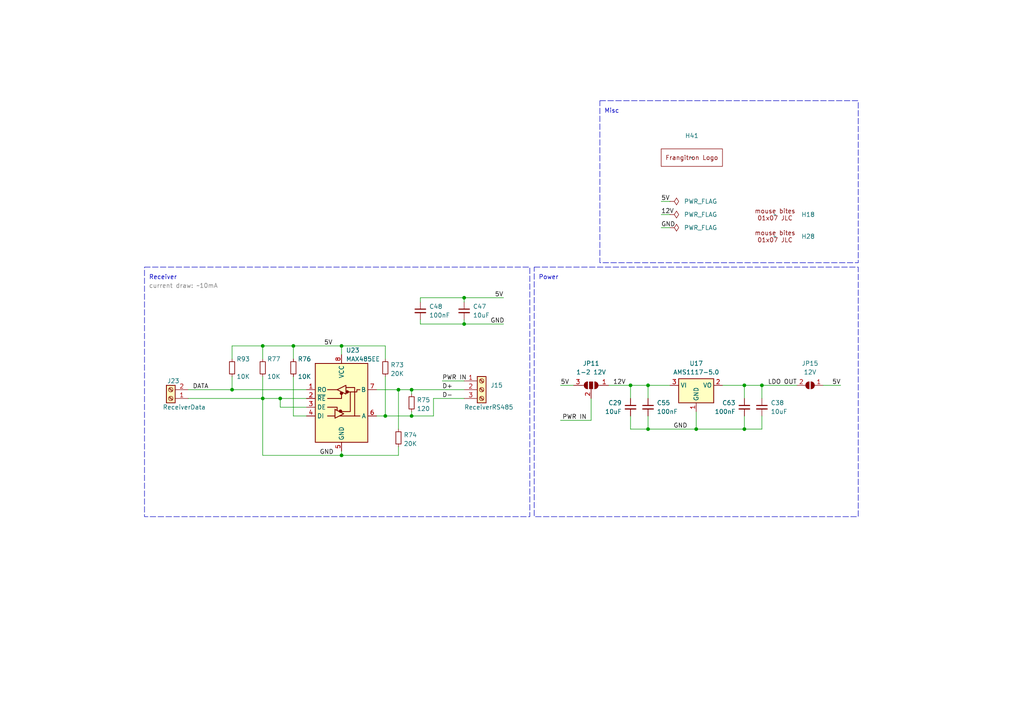
<source format=kicad_sch>
(kicad_sch (version 20230121) (generator eeschema)
  (paper "A4")
  (lib_symbols
    (symbol "Connector:Screw_Terminal_01x02" (pin_names (offset 1.016) hide)
      (property "Reference" "J" (at 0 2.54 0))
      (property "Value" "Screw_Terminal_01x02" (at 0 -5.08 0))
      (symbol "Screw_Terminal_01x02_1_1"
        (rectangle (start -1.27 1.27) (end 1.27 -3.81) (stroke (width 0.254)) (fill (type background)))
        (circle (center 0 -2.54) (radius 0.635) (stroke (width 0.1524)))
        (polyline (pts (xy -0.5334 -2.2098) (xy 0.3302 -3.048)) (stroke (width 0.1524)))
        (polyline (pts (xy -0.5334 0.3302) (xy 0.3302 -0.508)) (stroke (width 0.1524)))
        (polyline (pts (xy -0.3556 -2.032) (xy 0.508 -2.8702)) (stroke (width 0.1524)))
        (polyline (pts (xy -0.3556 0.508) (xy 0.508 -0.3302)) (stroke (width 0.1524)))
        (circle (center 0 0) (radius 0.635) (stroke (width 0.1524)))
        (pin passive line (at -5.08 0 0) (length 3.81) (name "Pin_1") (number "1"))
        (pin passive line (at -5.08 -2.54 0) (length 3.81) (name "Pin_2") (number "2"))
      )
    )
    (symbol "Connector:Screw_Terminal_01x03" (pin_names (offset 1.016) hide)
      (property "Reference" "J" (at 0 5.08 0))
      (property "Value" "Screw_Terminal_01x03" (at 0 -5.08 0))
      (symbol "Screw_Terminal_01x03_1_1"
        (rectangle (start -1.27 3.81) (end 1.27 -3.81) (stroke (width 0.254)) (fill (type background)))
        (circle (center 0 -2.54) (radius 0.635) (stroke (width 0.1524)))
        (polyline (pts (xy -0.5334 -2.2098) (xy 0.3302 -3.048)) (stroke (width 0.1524)))
        (polyline (pts (xy -0.5334 0.3302) (xy 0.3302 -0.508)) (stroke (width 0.1524)))
        (polyline (pts (xy -0.5334 2.8702) (xy 0.3302 2.032)) (stroke (width 0.1524)))
        (polyline (pts (xy -0.3556 -2.032) (xy 0.508 -2.8702)) (stroke (width 0.1524)))
        (polyline (pts (xy -0.3556 0.508) (xy 0.508 -0.3302)) (stroke (width 0.1524)))
        (polyline (pts (xy -0.3556 3.048) (xy 0.508 2.2098)) (stroke (width 0.1524)))
        (circle (center 0 0) (radius 0.635) (stroke (width 0.1524)))
        (circle (center 0 2.54) (radius 0.635) (stroke (width 0.1524)))
        (pin passive line (at -5.08 2.54 0) (length 3.81) (name "Pin_1") (number "1"))
        (pin passive line (at -5.08 0 0) (length 3.81) (name "Pin_2") (number "2"))
        (pin passive line (at -5.08 -2.54 0) (length 3.81) (name "Pin_3") (number "3"))
      )
    )
    (symbol "Device:C_Small" (pin_numbers hide) (pin_names (offset 0.254) hide)
      (property "Reference" "C" (at 0.254 1.778 0))
      (property "Value" "C_Small" (at 0.254 -2.032 0))
      (symbol "C_Small_0_1"
        (polyline (pts (xy -1.524 -0.508) (xy 1.524 -0.508)) (stroke (width 0.3302)))
        (polyline (pts (xy -1.524 0.508) (xy 1.524 0.508)) (stroke (width 0.3048)))
      )
      (symbol "C_Small_1_1"
        (pin passive line (at 0 2.54 270) (length 2.032) (name "~") (number "1"))
        (pin passive line (at 0 -2.54 90) (length 2.032) (name "~") (number "2"))
      )
    )
    (symbol "Device:R_Small" (pin_numbers hide) (pin_names (offset 0.254) hide)
      (property "Reference" "R" (at 0.762 0.508 0))
      (property "Value" "R_Small" (at 0.762 -1.016 0))
      (symbol "R_Small_0_1"
        (rectangle (start -0.762 1.778) (end 0.762 -1.778) (stroke (width 0.2032)))
      )
      (symbol "R_Small_1_1"
        (pin passive line (at 0 2.54 270) (length 0.762) (name "~") (number "1"))
        (pin passive line (at 0 -2.54 90) (length 0.762) (name "~") (number "2"))
      )
    )
    (symbol "Frangitron:Frangitron_logo"
      (property "Reference" "H" (at 0 -3.81 0))
      (symbol "Frangitron_logo_0_1"
        (rectangle (start -8.89 2.54) (end 8.89 -2.54))
      )
      (symbol "Frangitron_logo_1_1"
        (text "Frangitron Logo" (at 0 0 0) (effects (font (size 1.27 1.27))))
      )
    )
    (symbol "Interface_UART:MAX485E"
      (property "Reference" "U" (at -6.096 11.43 0))
      (property "Value" "MAX485E" (at 0.762 11.43 0))
      (symbol "MAX485E_0_1"
        (rectangle (start -7.62 10.16) (end 7.62 -12.7) (stroke (width 0.254)) (fill (type background)))
        (circle (center -0.3048 -3.683) (radius 0.3556) (stroke (width 0.254)) (fill (type outline)))
        (circle (center -0.0254 1.4986) (radius 0.3556) (stroke (width 0.254)) (fill (type outline)))
        (polyline (pts (xy -4.064 -5.08) (xy -1.905 -5.08)) (stroke (width 0.254)))
        (polyline (pts (xy -4.064 2.54) (xy -1.27 2.54)) (stroke (width 0.254)))
        (polyline (pts (xy -1.27 -3.2004) (xy -1.27 -3.4544)) (stroke (width 0.254)))
        (polyline (pts (xy -0.635 -5.08) (xy 5.334 -5.08)) (stroke (width 0.254)))
        (polyline (pts (xy -4.064 -2.54) (xy -1.27 -2.54) (xy -1.27 -3.175)) (stroke (width 0.254)))
        (polyline (pts (xy 0 1.27) (xy 0 0) (xy -4.064 0)) (stroke (width 0.254)))
        (polyline (pts (xy 1.27 3.175) (xy 3.81 3.175) (xy 3.81 -5.08)) (stroke (width 0.254)))
        (polyline (pts (xy 2.54 1.905) (xy 2.54 -3.81) (xy 0 -3.81)) (stroke (width 0.254)))
        (polyline (pts (xy -1.905 -3.175) (xy -1.905 -5.715) (xy 0.635 -4.445) (xy -1.905 -3.175)) (stroke (width 0.254)))
        (polyline (pts (xy -1.27 2.54) (xy 1.27 3.81) (xy 1.27 1.27) (xy -1.27 2.54)) (stroke (width 0.254)))
        (polyline (pts (xy 1.905 1.905) (xy 4.445 1.905) (xy 4.445 2.54) (xy 5.334 2.54)) (stroke (width 0.254)))
        (rectangle (start 1.27 3.175) (end 1.27 3.175))
        (circle (center 1.651 1.905) (radius 0.3556) (stroke (width 0.254)) (fill (type outline)))
      )
      (symbol "MAX485E_1_1"
        (pin output line (at -10.16 2.54 0) (length 2.54) (name "RO") (number "1"))
        (pin input line (at -10.16 0 0) (length 2.54) (name "~{RE}") (number "2"))
        (pin input line (at -10.16 -2.54 0) (length 2.54) (name "DE") (number "3"))
        (pin input line (at -10.16 -5.08 0) (length 2.54) (name "DI") (number "4"))
        (pin power_in line (at 0 -15.24 90) (length 2.54) (name "GND") (number "5"))
        (pin bidirectional line (at 10.16 -5.08 180) (length 2.54) (name "A") (number "6"))
        (pin bidirectional line (at 10.16 2.54 180) (length 2.54) (name "B") (number "7"))
        (pin power_in line (at 0 12.7 270) (length 2.54) (name "VCC") (number "8"))
      )
    )
    (symbol "Jumper:SolderJumper_2_Open" (pin_names (offset 0) hide)
      (property "Reference" "JP" (at 0 2.032 0))
      (property "Value" "SolderJumper_2_Open" (at 0 -2.54 0))
      (symbol "SolderJumper_2_Open_0_1"
        (arc (start -0.254 1.016) (mid -1.2656 0) (end -0.254 -1.016))
        (arc (start -0.254 1.016) (mid -1.2656 0) (end -0.254 -1.016) (fill (type outline)))
        (polyline (pts (xy -0.254 1.016) (xy -0.254 -1.016)))
        (polyline (pts (xy 0.254 1.016) (xy 0.254 -1.016)))
        (arc (start 0.254 -1.016) (mid 1.2656 0) (end 0.254 1.016))
        (arc (start 0.254 -1.016) (mid 1.2656 0) (end 0.254 1.016) (fill (type outline)))
      )
      (symbol "SolderJumper_2_Open_1_1"
        (pin passive line (at -3.81 0 0) (length 2.54) (name "A") (number "1"))
        (pin passive line (at 3.81 0 180) (length 2.54) (name "B") (number "2"))
      )
    )
    (symbol "Jumper:SolderJumper_3_Open" (pin_names (offset 0) hide)
      (property "Reference" "JP" (at -2.54 -2.54 0))
      (property "Value" "SolderJumper_3_Open" (at 0 2.794 0))
      (symbol "SolderJumper_3_Open_0_1"
        (arc (start -1.016 1.016) (mid -2.0276 0) (end -1.016 -1.016))
        (arc (start -1.016 1.016) (mid -2.0276 0) (end -1.016 -1.016) (fill (type outline)))
        (rectangle (start -0.508 1.016) (end 0.508 -1.016) (fill (type outline)))
        (polyline (pts (xy -2.54 0) (xy -2.032 0)))
        (polyline (pts (xy -1.016 1.016) (xy -1.016 -1.016)))
        (polyline (pts (xy 0 -1.27) (xy 0 -1.016)))
        (polyline (pts (xy 1.016 1.016) (xy 1.016 -1.016)))
        (polyline (pts (xy 2.54 0) (xy 2.032 0)))
        (arc (start 1.016 -1.016) (mid 2.0276 0) (end 1.016 1.016))
        (arc (start 1.016 -1.016) (mid 2.0276 0) (end 1.016 1.016) (fill (type outline)))
      )
      (symbol "SolderJumper_3_Open_1_1"
        (pin passive line (at -5.08 0 0) (length 2.54) (name "A") (number "1"))
        (pin passive line (at 0 -3.81 90) (length 2.54) (name "C") (number "2"))
        (pin passive line (at 5.08 0 180) (length 2.54) (name "B") (number "3"))
      )
    )
    (symbol "Library:mouse-bites-1x07-jlc"
      (property "Reference" "H" (at 0 2.54 0))
      (symbol "mouse-bites-1x07-jlc_1_1"
        (text "mouse bites\n01x07 JLC" (at 0 0 0) (effects (font (size 1.27 1.27))))
      )
    )
    (symbol "Regulator_Linear:AMS1117-5.0"
      (property "Reference" "U" (at -3.81 3.175 0))
      (property "Value" "AMS1117-5.0" (at 0 3.175 0))
      (symbol "AMS1117-5.0_0_1"
        (rectangle (start -5.08 -5.08) (end 5.08 1.905) (stroke (width 0.254)) (fill (type background)))
      )
      (symbol "AMS1117-5.0_1_1"
        (pin power_in line (at 0 -7.62 90) (length 2.54) (name "GND") (number "1"))
        (pin power_out line (at 7.62 0 180) (length 2.54) (name "VO") (number "2"))
        (pin power_in line (at -7.62 0 0) (length 2.54) (name "VI") (number "3"))
      )
    )
    (symbol "power:PWR_FLAG" (power) (pin_numbers hide) (pin_names (offset 0) hide)
      (property "Value" "PWR_FLAG" (at 0 3.81 0))
      (symbol "PWR_FLAG_0_0"
        (pin power_out line (at 0 0 90) (length 0) (name "pwr") (number "1"))
      )
      (symbol "PWR_FLAG_0_1"
        (polyline (pts (xy 0 0) (xy 0 1.27) (xy -1.016 1.905) (xy 0 2.54) (xy 1.016 1.905) (xy 0 1.27)))
      )
    )
  )
  (junction (at 134.62 93.98))
  (junction (at 215.9 111.76))
  (junction (at 67.31 113.03))
  (junction (at 187.96 124.46))
  (junction (at 119.38 113.03))
  (junction (at 85.09 100.33))
  (junction (at 215.9 124.46))
  (junction (at 201.93 124.46))
  (junction (at 115.57 113.03))
  (junction (at 111.76 120.65))
  (junction (at 99.06 132.08))
  (junction (at 220.98 111.76))
  (junction (at 182.88 111.76))
  (junction (at 119.38 120.65))
  (junction (at 76.2 115.57))
  (junction (at 99.06 100.33))
  (junction (at 187.96 111.76))
  (junction (at 134.62 86.36))
  (junction (at 76.2 100.33))
  (junction (at 81.28 115.57))
  (wire (pts (xy 191.77 58.42) (xy 194.31 58.42)))
  (wire (pts (xy 187.96 120.65) (xy 187.96 124.46)))
  (wire (pts (xy 220.98 111.76) (xy 220.98 115.57)))
  (wire (pts (xy 119.38 113.03) (xy 134.62 113.03)))
  (wire (pts (xy 119.38 113.03) (xy 119.38 114.3)))
  (wire (pts (xy 191.77 62.23) (xy 194.31 62.23)))
  (wire (pts (xy 99.06 132.08) (xy 99.06 130.81)))
  (wire (pts (xy 201.93 119.38) (xy 201.93 124.46)))
  (wire (pts (xy 76.2 132.08) (xy 99.06 132.08)))
  (wire (pts (xy 85.09 100.33) (xy 99.06 100.33)))
  (wire (pts (xy 109.22 120.65) (xy 111.76 120.65)))
  (wire (pts (xy 111.76 109.22) (xy 111.76 120.65)))
  (wire (pts (xy 85.09 100.33) (xy 85.09 104.14)))
  (wire (pts (xy 119.38 119.38) (xy 119.38 120.65)))
  (wire (pts (xy 76.2 115.57) (xy 81.28 115.57)))
  (wire (pts (xy 115.57 113.03) (xy 119.38 113.03)))
  (wire (pts (xy 182.88 111.76) (xy 187.96 111.76)))
  (wire (pts (xy 187.96 111.76) (xy 187.96 115.57)))
  (wire (pts (xy 171.45 121.92) (xy 171.45 115.57)))
  (wire (pts (xy 76.2 115.57) (xy 76.2 132.08)))
  (wire (pts (xy 215.9 124.46) (xy 220.98 124.46)))
  (wire (pts (xy 76.2 109.22) (xy 76.2 115.57)))
  (wire (pts (xy 191.77 66.04) (xy 194.31 66.04)))
  (wire (pts (xy 115.57 113.03) (xy 115.57 124.46)))
  (wire (pts (xy 134.62 86.36) (xy 134.62 87.63)))
  (wire (pts (xy 54.61 115.57) (xy 76.2 115.57)))
  (wire (pts (xy 215.9 111.76) (xy 220.98 111.76)))
  (wire (pts (xy 121.92 93.98) (xy 134.62 93.98)))
  (wire (pts (xy 134.62 86.36) (xy 146.05 86.36)))
  (wire (pts (xy 171.45 121.92) (xy 162.56 121.92)))
  (wire (pts (xy 67.31 109.22) (xy 67.31 113.03)))
  (wire (pts (xy 176.53 111.76) (xy 182.88 111.76)))
  (wire (pts (xy 111.76 104.14) (xy 111.76 100.33)))
  (wire (pts (xy 76.2 100.33) (xy 76.2 104.14)))
  (wire (pts (xy 187.96 124.46) (xy 201.93 124.46)))
  (wire (pts (xy 134.62 93.98) (xy 146.05 93.98)))
  (wire (pts (xy 81.28 118.11) (xy 88.9 118.11)))
  (wire (pts (xy 109.22 113.03) (xy 115.57 113.03)))
  (wire (pts (xy 125.73 120.65) (xy 125.73 115.57)))
  (wire (pts (xy 119.38 120.65) (xy 125.73 120.65)))
  (wire (pts (xy 125.73 115.57) (xy 134.62 115.57)))
  (wire (pts (xy 54.61 113.03) (xy 67.31 113.03)))
  (wire (pts (xy 67.31 113.03) (xy 88.9 113.03)))
  (wire (pts (xy 209.55 111.76) (xy 215.9 111.76)))
  (wire (pts (xy 215.9 120.65) (xy 215.9 124.46)))
  (wire (pts (xy 81.28 115.57) (xy 88.9 115.57)))
  (wire (pts (xy 67.31 100.33) (xy 76.2 100.33)))
  (wire (pts (xy 121.92 93.98) (xy 121.92 92.71)))
  (wire (pts (xy 121.92 86.36) (xy 121.92 87.63)))
  (wire (pts (xy 99.06 100.33) (xy 99.06 102.87)))
  (wire (pts (xy 115.57 129.54) (xy 115.57 132.08)))
  (wire (pts (xy 220.98 111.76) (xy 231.14 111.76)))
  (wire (pts (xy 201.93 124.46) (xy 215.9 124.46)))
  (wire (pts (xy 243.84 111.76) (xy 238.76 111.76)))
  (wire (pts (xy 76.2 100.33) (xy 85.09 100.33)))
  (wire (pts (xy 182.88 120.65) (xy 182.88 124.46)))
  (wire (pts (xy 67.31 104.14) (xy 67.31 100.33)))
  (wire (pts (xy 111.76 120.65) (xy 119.38 120.65)))
  (wire (pts (xy 128.27 110.49) (xy 134.62 110.49)))
  (wire (pts (xy 215.9 111.76) (xy 215.9 115.57)))
  (wire (pts (xy 99.06 100.33) (xy 111.76 100.33)))
  (wire (pts (xy 162.56 111.76) (xy 166.37 111.76)))
  (wire (pts (xy 220.98 120.65) (xy 220.98 124.46)))
  (wire (pts (xy 81.28 115.57) (xy 81.28 118.11)))
  (wire (pts (xy 121.92 86.36) (xy 134.62 86.36)))
  (wire (pts (xy 182.88 124.46) (xy 187.96 124.46)))
  (wire (pts (xy 187.96 111.76) (xy 194.31 111.76)))
  (wire (pts (xy 99.06 132.08) (xy 115.57 132.08)))
  (wire (pts (xy 182.88 111.76) (xy 182.88 115.57)))
  (wire (pts (xy 85.09 120.65) (xy 88.9 120.65)))
  (wire (pts (xy 85.09 109.22) (xy 85.09 120.65)))
  (wire (pts (xy 134.62 93.98) (xy 134.62 92.71)))
  (rectangle (start 173.99 29.21) (end 248.92 76.2) (stroke (width 0) (type dash)))
  (rectangle (start 41.91 77.47) (end 153.67 149.86) (stroke (width 0) (type dash)))
  (rectangle (start 154.94 77.47) (end 248.92 149.86) (stroke (width 0) (type dash)))
  (text "current draw: ~10mA" (at 43.18 83.82 0) (effects (font (size 1.27 1.27)) (justify left bottom)))
  (text "Misc" (at 175.26 33.02 0) (effects (font (size 1.27 1.27)) (justify left bottom)))
  (text "Receiver" (at 43.18 81.28 0) (effects (font (size 1.27 1.27)) (justify left bottom)))
  (text "Power" (at 156.21 81.28 0) (effects (font (size 1.27 1.27)) (justify left bottom)))
  (label "5V" (at 243.84 111.76 180))
  (label "GND" (at 142.24 93.98 0))
  (label "PWR IN" (at 170.18 121.92 180))
  (label "5V" (at 93.98 100.33 0))
  (label "GND" (at 199.39 124.46 180))
  (label "GND" (at 92.71 132.08 0))
  (label "12V" (at 177.8 111.76 0))
  (label "5V" (at 165.1 111.76 180))
  (label "5V" (at 191.77 58.42 0))
  (label "12V" (at 191.77 62.23 0))
  (label "5V" (at 143.51 86.36 0))
  (label "D+" (at 128.27 113.03 0))
  (label "PWR IN" (at 128.27 110.49 0))
  (label "DATA" (at 55.88 113.03 0))
  (label "D-" (at 128.27 115.57 0))
  (label "GND" (at 191.77 66.04 0))
  (label "LDO OUT" (at 231.14 111.76 180))
  (symbol (lib_id "Device:R_Small") (at 115.57 127 0) (unit 1)
    (property "Reference" "R74" (at 117.0686 126.1653 0) (effects (justify left)))
    (property "Value" "20K" (at 117.0686 128.7022 0) (effects (justify left)))
    (property "Footprint" "Resistor_SMD:R_0402_1005Metric" (effects hide))
    (instances (project "rp2040-led-board-schematics-v02" (path "" (reference "R74") (unit 1)) (path "" (reference "R26") (unit 1)) (path "" (reference "R30") (unit 1)) (path "" (reference "R35") (unit 1)) (path "" (reference "R38") (unit 1)) (path "" (reference "R80") (unit 1)) (path "" (reference "R85") (unit 1)) (path "" (reference "R88") (unit 1))))
  )
  (symbol (lib_id "power:PWR_FLAG") (at 194.31 62.23 270) (mirror x) (unit 1)
    (property "Reference" "#FLG09" (effects hide))
    (property "Value" "PWR_FLAG" (at 203.2 62.23 90))
    (instances (project "rp2040-led-board-schematics-v02" (path "" (reference "#FLG09") (unit 1)) (path "" (reference "#FLG013") (unit 1)) (path "" (reference "#FLG019") (unit 1)) (path "" (reference "#FLG025") (unit 1)) (path "" (reference "#FLG031") (unit 1)) (path "" (reference "#FLG016") (unit 1)) (path "" (reference "#FLG022") (unit 1)) (path "" (reference "#FLG028") (unit 1))))
  )
  (symbol (lib_id "Device:R_Small") (at 111.76 106.68 0) (unit 1)
    (property "Reference" "R73" (at 113.2586 105.8453 0) (effects (justify left)))
    (property "Value" "20K" (at 113.2586 108.3822 0) (effects (justify left)))
    (property "Footprint" "Resistor_SMD:R_0402_1005Metric" (effects hide))
    (instances (project "rp2040-led-board-schematics-v02" (path "" (reference "R73") (unit 1)) (path "" (reference "R16") (unit 1)) (path "" (reference "R18") (unit 1)) (path "" (reference "R20") (unit 1)) (path "" (reference "R22") (unit 1)) (path "" (reference "R79") (unit 1)) (path "" (reference "R83") (unit 1)) (path "" (reference "R89") (unit 1))))
  )
  (symbol (lib_id "Device:R_Small") (at 119.38 116.84 0) (unit 1)
    (property "Reference" "R75" (at 120.8786 116.0053 0) (effects (justify left)))
    (property "Value" "120" (at 120.8786 118.5422 0) (effects (justify left)))
    (property "Footprint" "Resistor_SMD:R_0402_1005Metric" (effects hide))
    (instances (project "rp2040-led-board-schematics-v02" (path "" (reference "R75") (unit 1)) (path "" (reference "R27") (unit 1)) (path "" (reference "R31") (unit 1)) (path "" (reference "R34") (unit 1)) (path "" (reference "R39") (unit 1)) (path "" (reference "R78") (unit 1)) (path "" (reference "R84") (unit 1)) (path "" (reference "R90") (unit 1))))
  )
  (symbol (lib_id "Device:R_Small") (at 76.2 106.68 0) (unit 1)
    (property "Reference" "R77" (at 77.47 104.14 0) (effects (justify left)))
    (property "Value" "10K" (at 77.47 109.22 0) (effects (justify left)))
    (property "Footprint" "Resistor_SMD:R_0402_1005Metric" (effects hide))
    (instances (project "rp2040-led-board-schematics-v02" (path "" (reference "R77") (unit 1)) (path "" (reference "R28") (unit 1)) (path "" (reference "R33") (unit 1)) (path "" (reference "R36") (unit 1)) (path "" (reference "R41") (unit 1)) (path "" (reference "R81") (unit 1)) (path "" (reference "R86") (unit 1)) (path "" (reference "R92") (unit 1))))
  )
  (symbol (lib_id "Jumper:SolderJumper_3_Open") (at 171.45 111.76 0) (mirror y) (unit 1)
    (property "Reference" "JP11" (at 171.45 105.41 0))
    (property "Value" "1-2 12V" (at 171.45 107.95 0))
    (property "Footprint" "Jumper:SolderJumper-3_P2.0mm_Open_TrianglePad1.0x1.5mm_NumberLabels" (effects hide))
    (instances (project "rp2040-led-board-schematics-v02" (path "" (reference "JP11") (unit 1)) (path "" (reference "JP1") (unit 1)) (path "" (reference "JP2") (unit 1)) (path "" (reference "JP3") (unit 1)) (path "" (reference "JP4") (unit 1)) (path "" (reference "JP12") (unit 1)) (path "" (reference "JP13") (unit 1)) (path "" (reference "JP14") (unit 1))))
  )
  (symbol (lib_id "Device:R_Small") (at 85.09 106.68 0) (unit 1)
    (property "Reference" "R76" (at 86.36 104.14 0) (effects (justify left)))
    (property "Value" "10K" (at 86.36 109.22 0) (effects (justify left)))
    (property "Footprint" "Resistor_SMD:R_0402_1005Metric" (effects hide))
    (instances (project "rp2040-led-board-schematics-v02" (path "" (reference "R76") (unit 1)) (path "" (reference "R17") (unit 1)) (path "" (reference "R19") (unit 1)) (path "" (reference "R21") (unit 1)) (path "" (reference "R23") (unit 1)) (path "" (reference "R82") (unit 1)) (path "" (reference "R87") (unit 1)) (path "" (reference "R91") (unit 1))))
  )
  (symbol (lib_id "Device:C_Small") (at 220.98 118.11 0) (unit 1)
    (property "Reference" "C38" (at 223.52 116.8463 0) (effects (justify left)))
    (property "Value" "10uF" (at 223.52 119.3863 0) (effects (justify left)))
    (property "Footprint" "Capacitor_SMD:C_0603_1608Metric" (effects hide))
    (instances (project "rp2040-led-board-schematics-v02" (path "" (reference "C38") (unit 1)) (path "" (reference "C12") (unit 1)) (path "" (reference "C13") (unit 1)) (path "" (reference "C14") (unit 1)) (path "" (reference "C15") (unit 1)) (path "" (reference "C39") (unit 1)) (path "" (reference "C40") (unit 1)) (path "" (reference "C41") (unit 1))))
  )
  (symbol (lib_id "Connector:Screw_Terminal_01x03") (at 139.7 113.03 0) (unit 1)
    (property "Reference" "J15" (at 142.24 111.76 0) (effects (justify left)))
    (property "Value" "ReceiverRS485" (at 134.62 118.11 0) (effects (justify left)))
    (property "Footprint" "Frangitron:ScrewTerminal_01x03_5.08_Amphenol" (effects hide))
    (instances (project "rp2040-led-board-schematics-v02" (path "" (reference "J15") (unit 1)) (path "" (reference "J1") (unit 1)) (path "" (reference "J2") (unit 1)) (path "" (reference "J3") (unit 1)) (path "" (reference "J4") (unit 1)) (path "" (reference "J16") (unit 1)) (path "" (reference "J17") (unit 1)) (path "" (reference "J18") (unit 1))))
  )
  (symbol (lib_id "Connector:Screw_Terminal_01x02") (at 49.53 115.57 180) (unit 1)
    (property "Reference" "J23" (at 52.07 110.49 0) (effects (justify left)))
    (property "Value" "ReceiverData" (at 59.69 118.11 0) (effects (justify left)))
    (property "Footprint" "Frangitron:ScrewTerminal_01x02_5.08_Amphenol" (effects hide))
    (property "Mouser Part Number" "https://www.mouser.fr/ProductDetail/Phoenix-Contact/5430360?qs=GY0%2FUwBq9XO8i%252B568R81qw%3D%3D" (effects hide))
    (instances (project "rp2040-led-board-schematics-v02" (path "" (reference "J23") (unit 1)) (path "" (reference "J11") (unit 1)) (path "" (reference "J12") (unit 1)) (path "" (reference "J13") (unit 1)) (path "" (reference "J14") (unit 1)) (path "" (reference "J24") (unit 1)) (path "" (reference "J25") (unit 1)) (path "" (reference "J26") (unit 1))))
  )
  (symbol (lib_id "Frangitron:Frangitron_logo") (at 200.66 45.72 0) (unit 1)
    (property "Reference" "H41" (at 200.66 39.37 0))
    (property "Value" "~" (at 200.66 45.72 0))
    (property "Footprint" "Frangitron:frangitron_logo_16mm" (effects hide))
    (instances (project "rp2040-led-board-schematics-v02" (path "" (reference "H41") (unit 1)) (path "" (reference "H37") (unit 1)) (path "" (reference "H40") (unit 1)) (path "" (reference "H36") (unit 1)) (path "" (reference "H39") (unit 1)) (path "" (reference "H35") (unit 1)) (path "" (reference "H38") (unit 1)) (path "" (reference "H34") (unit 1))))
  )
  (symbol (lib_id "Library:mouse-bites-1x07-jlc") (at 224.79 68.58 0) (unit 1)
    (property "Reference" "H28" (at 232.41 68.58 0) (effects (justify left)))
    (property "Value" "~" (at 224.79 68.58 0))
    (property "Footprint" "Library:mouse-bites-1x07-jlc" (effects hide))
    (instances (project "rp2040-led-board-schematics-v02" (path "" (reference "H28") (unit 1)) (path "" (reference "H14") (unit 1)) (path "" (reference "H29") (unit 1)) (path "" (reference "H15") (unit 1)) (path "" (reference "H30") (unit 1)) (path "" (reference "H16") (unit 1)) (path "" (reference "H31") (unit 1)) (path "" (reference "H17") (unit 1))))
  )
  (symbol (lib_id "Device:C_Small") (at 134.62 90.17 0) (unit 1)
    (property "Reference" "C47" (at 137.16 88.9063 0) (effects (justify left)))
    (property "Value" "10uF" (at 137.16 91.4463 0) (effects (justify left)))
    (property "Footprint" "Capacitor_SMD:C_0603_1608Metric" (effects hide))
    (instances (project "rp2040-led-board-schematics-v02" (path "" (reference "C47") (unit 1)) (path "" (reference "C19") (unit 1)) (path "" (reference "C50") (unit 1)) (path "" (reference "C21") (unit 1)) (path "" (reference "C52") (unit 1)) (path "" (reference "C24") (unit 1)) (path "" (reference "C53") (unit 1)) (path "" (reference "C25") (unit 1))))
  )
  (symbol (lib_id "Device:C_Small") (at 182.88 118.11 0) (mirror y) (unit 1)
    (property "Reference" "C29" (at 180.34 116.8463 0) (effects (justify left)))
    (property "Value" "10uF" (at 180.34 119.3863 0) (effects (justify left)))
    (property "Footprint" "Capacitor_SMD:C_0603_1608Metric" (effects hide))
    (instances (project "rp2040-led-board-schematics-v02" (path "" (reference "C29") (unit 1)) (path "" (reference "C10") (unit 1)) (path "" (reference "C1") (unit 1)) (path "" (reference "C2") (unit 1)) (path "" (reference "C3") (unit 1)) (path "" (reference "C30") (unit 1)) (path "" (reference "C31") (unit 1)) (path "" (reference "C32") (unit 1))))
  )
  (symbol (lib_id "Device:R_Small") (at 67.31 106.68 0) (unit 1)
    (property "Reference" "R93" (at 68.58 104.14 0) (effects (justify left)))
    (property "Value" "10K" (at 68.58 109.22 0) (effects (justify left)))
    (property "Footprint" "Resistor_SMD:R_0402_1005Metric" (effects hide))
    (instances (project "rp2040-led-board-schematics-v02" (path "" (reference "R93") (unit 1)) (path "" (reference "R29") (unit 1)) (path "" (reference "R32") (unit 1)) (path "" (reference "R37") (unit 1)) (path "" (reference "R40") (unit 1)) (path "" (reference "R94") (unit 1)) (path "" (reference "R95") (unit 1)) (path "" (reference "R96") (unit 1))))
  )
  (symbol (lib_id "power:PWR_FLAG") (at 194.31 58.42 270) (mirror x) (unit 1)
    (property "Reference" "#FLG08" (effects hide))
    (property "Value" "PWR_FLAG" (at 203.2 58.42 90))
    (instances (project "rp2040-led-board-schematics-v02" (path "" (reference "#FLG08") (unit 1)) (path "" (reference "#FLG012") (unit 1)) (path "" (reference "#FLG018") (unit 1)) (path "" (reference "#FLG024") (unit 1)) (path "" (reference "#FLG030") (unit 1)) (path "" (reference "#FLG015") (unit 1)) (path "" (reference "#FLG021") (unit 1)) (path "" (reference "#FLG027") (unit 1))))
  )
  (symbol (lib_id "Regulator_Linear:AMS1117-5.0") (at 201.93 111.76 0) (unit 1)
    (property "Reference" "U17" (at 201.93 105.41 0))
    (property "Value" "AMS1117-5.0" (at 201.93 107.95 0))
    (property "Footprint" "Package_TO_SOT_SMD:SOT-223-3_TabPin2" (effects hide))
    (property "Datasheet" "http://www.advanced-monolithic.com/pdf/ds1117.pdf" (effects hide))
    (instances (project "rp2040-led-board-schematics-v02" (path "" (reference "U17") (unit 1)) (path "" (reference "U29") (unit 1)) (path "" (reference "U30") (unit 1)) (path "" (reference "U31") (unit 1)) (path "" (reference "U32") (unit 1)) (path "" (reference "U33") (unit 1)) (path "" (reference "U34") (unit 1)) (path "" (reference "U35") (unit 1))))
  )
  (symbol (lib_id "Interface_UART:MAX485E") (at 99.06 115.57 0) (unit 1)
    (property "Reference" "U23" (at 100.33 101.6 0) (effects (justify left)))
    (property "Value" "MAX485EE" (at 100.33 104.14 0) (effects (justify left)))
    (property "Footprint" "Package_SO:SOIC-8_3.9x4.9mm_P1.27mm" (effects hide))
    (property "Datasheet" "https://datasheets.maximintegrated.com/en/ds/MAX1487E-MAX491E.pdf" (effects hide))
    (instances (project "rp2040-led-board-schematics-v02" (path "" (reference "U23") (unit 1)) (path "" (reference "U9") (unit 1)) (path "" (reference "U10") (unit 1)) (path "" (reference "U11") (unit 1)) (path "" (reference "U12") (unit 1)) (path "" (reference "U24") (unit 1)) (path "" (reference "U25") (unit 1)) (path "" (reference "U26") (unit 1))))
  )
  (symbol (lib_id "Device:C_Small") (at 121.92 90.17 0) (unit 1)
    (property "Reference" "C48" (at 124.46 88.9063 0) (effects (justify left)))
    (property "Value" "100nF" (at 124.46 91.4463 0) (effects (justify left)))
    (property "Footprint" "Capacitor_SMD:C_0603_1608Metric" (effects hide))
    (instances (project "rp2040-led-board-schematics-v02" (path "" (reference "C48") (unit 1)) (path "" (reference "C20") (unit 1)) (path "" (reference "C49") (unit 1)) (path "" (reference "C22") (unit 1)) (path "" (reference "C51") (unit 1)) (path "" (reference "C23") (unit 1)) (path "" (reference "C54") (unit 1)) (path "" (reference "C26") (unit 1))))
  )
  (symbol (lib_id "Device:C_Small") (at 187.96 118.11 0) (unit 1)
    (property "Reference" "C55" (at 190.5 116.8463 0) (effects (justify left)))
    (property "Value" "100nF" (at 190.5 119.3863 0) (effects (justify left)))
    (property "Footprint" "Capacitor_SMD:C_0603_1608Metric" (effects hide))
    (instances (project "rp2040-led-board-schematics-v02" (path "" (reference "C55") (unit 1)) (path "" (reference "C56") (unit 1)) (path "" (reference "C57") (unit 1)) (path "" (reference "C58") (unit 1)) (path "" (reference "C59") (unit 1)) (path "" (reference "C60") (unit 1)) (path "" (reference "C61") (unit 1)) (path "" (reference "C62") (unit 1))))
  )
  (symbol (lib_id "Device:C_Small") (at 215.9 118.11 0) (mirror y) (unit 1)
    (property "Reference" "C63" (at 213.36 116.8463 0) (effects (justify left)))
    (property "Value" "100nF" (at 213.36 119.3863 0) (effects (justify left)))
    (property "Footprint" "Capacitor_SMD:C_0603_1608Metric" (effects hide))
    (instances (project "rp2040-led-board-schematics-v02" (path "" (reference "C63") (unit 1)) (path "" (reference "C64") (unit 1)) (path "" (reference "C65") (unit 1)) (path "" (reference "C66") (unit 1)) (path "" (reference "C67") (unit 1)) (path "" (reference "C68") (unit 1)) (path "" (reference "C69") (unit 1)) (path "" (reference "C70") (unit 1))))
  )
  (symbol (lib_id "power:PWR_FLAG") (at 194.31 66.04 270) (mirror x) (unit 1)
    (property "Reference" "#FLG07" (effects hide))
    (property "Value" "PWR_FLAG" (at 203.2 66.04 90))
    (instances (project "rp2040-led-board-schematics-v02" (path "" (reference "#FLG07") (unit 1)) (path "" (reference "#FLG014") (unit 1)) (path "" (reference "#FLG020") (unit 1)) (path "" (reference "#FLG026") (unit 1)) (path "" (reference "#FLG032") (unit 1)) (path "" (reference "#FLG017") (unit 1)) (path "" (reference "#FLG023") (unit 1)) (path "" (reference "#FLG029") (unit 1))))
  )
  (symbol (lib_id "Jumper:SolderJumper_2_Open") (at 234.95 111.76 0) (mirror y) (unit 1)
    (property "Reference" "JP15" (at 234.95 105.41 0))
    (property "Value" "12V" (at 234.95 107.95 0))
    (property "Footprint" "Jumper:SolderJumper-2_P1.3mm_Open_Pad1.0x1.5mm" (effects hide))
    (instances (project "rp2040-led-board-schematics-v02" (path "" (reference "JP15") (unit 1)) (path "" (reference "JP6") (unit 1)) (path "" (reference "JP7") (unit 1)) (path "" (reference "JP8") (unit 1)) (path "" (reference "JP9") (unit 1)) (path "" (reference "JP16") (unit 1)) (path "" (reference "JP17") (unit 1)) (path "" (reference "JP18") (unit 1))))
  )
  (symbol (lib_id "Library:mouse-bites-1x07-jlc") (at 224.79 62.23 0) (unit 1)
    (property "Reference" "H18" (at 232.41 62.23 0) (effects (justify left)))
    (property "Value" "~" (at 224.79 62.23 0))
    (property "Footprint" "Library:mouse-bites-1x07-jlc" (effects hide))
    (instances (project "rp2040-led-board-schematics-v02" (path "" (reference "H18") (unit 1)) (path "" (reference "H6") (unit 1)) (path "" (reference "H19") (unit 1)) (path "" (reference "H7") (unit 1)) (path "" (reference "H20") (unit 1)) (path "" (reference "H8") (unit 1)) (path "" (reference "H21") (unit 1)) (path "" (reference "H9") (unit 1))))
  )
)
</source>
